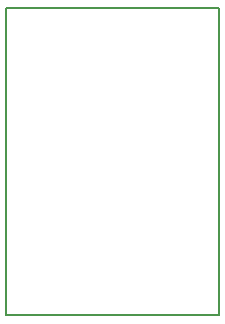
<source format=gbr>
G04 #@! TF.FileFunction,Profile,NP*
%FSLAX46Y46*%
G04 Gerber Fmt 4.6, Leading zero omitted, Abs format (unit mm)*
G04 Created by KiCad (PCBNEW 0.201603131216+6619~43~ubuntu14.04.1-product) date Mon 14 Mar 2016 01:51:23 PM EET*
%MOMM*%
G01*
G04 APERTURE LIST*
%ADD10C,0.100000*%
%ADD11C,0.150000*%
G04 APERTURE END LIST*
D10*
D11*
X111000000Y-52000000D02*
X111000000Y-78000000D01*
X129000000Y-52000000D02*
X111000000Y-52000000D01*
X129000000Y-78000000D02*
X129000000Y-52000000D01*
X111000000Y-78000000D02*
X129000000Y-78000000D01*
M02*

</source>
